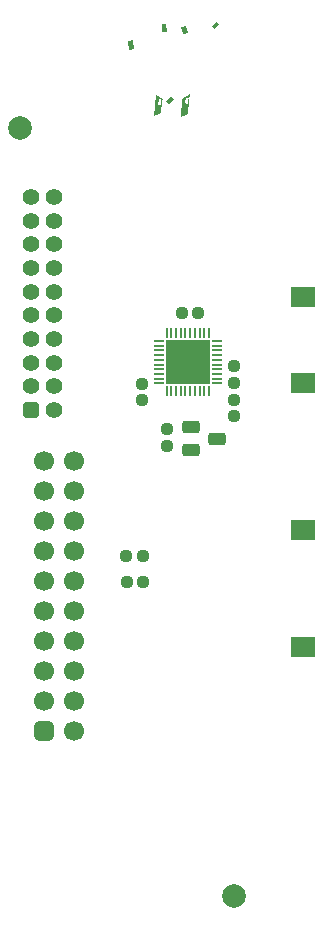
<source format=gts>
G04*
G04 #@! TF.GenerationSoftware,Altium Limited,Altium Designer,23.3.1 (30)*
G04*
G04 Layer_Color=8388736*
%FSLAX44Y44*%
%MOMM*%
G71*
G04*
G04 #@! TF.SameCoordinates,73034098-7AF1-4D24-A32C-B869409C610D*
G04*
G04*
G04 #@! TF.FilePolarity,Negative*
G04*
G01*
G75*
G04:AMPARAMS|DCode=21|XSize=0.95mm|YSize=0.95mm|CornerRadius=0.2625mm|HoleSize=0mm|Usage=FLASHONLY|Rotation=270.000|XOffset=0mm|YOffset=0mm|HoleType=Round|Shape=RoundedRectangle|*
%AMROUNDEDRECTD21*
21,1,0.9500,0.4250,0,0,270.0*
21,1,0.4250,0.9500,0,0,270.0*
1,1,0.5250,-0.2125,-0.2125*
1,1,0.5250,-0.2125,0.2125*
1,1,0.5250,0.2125,0.2125*
1,1,0.5250,0.2125,-0.2125*
%
%ADD21ROUNDEDRECTD21*%
%ADD22C,2.0000*%
%ADD23R,3.7000X3.7000*%
G04:AMPARAMS|DCode=24|XSize=0.86mm|YSize=0.25mm|CornerRadius=0.0688mm|HoleSize=0mm|Usage=FLASHONLY|Rotation=180.000|XOffset=0mm|YOffset=0mm|HoleType=Round|Shape=RoundedRectangle|*
%AMROUNDEDRECTD24*
21,1,0.8600,0.1125,0,0,180.0*
21,1,0.7225,0.2500,0,0,180.0*
1,1,0.1375,-0.3613,0.0563*
1,1,0.1375,0.3613,0.0563*
1,1,0.1375,0.3613,-0.0563*
1,1,0.1375,-0.3613,-0.0563*
%
%ADD24ROUNDEDRECTD24*%
G04:AMPARAMS|DCode=25|XSize=0.86mm|YSize=0.25mm|CornerRadius=0.0688mm|HoleSize=0mm|Usage=FLASHONLY|Rotation=270.000|XOffset=0mm|YOffset=0mm|HoleType=Round|Shape=RoundedRectangle|*
%AMROUNDEDRECTD25*
21,1,0.8600,0.1125,0,0,270.0*
21,1,0.7225,0.2500,0,0,270.0*
1,1,0.1375,-0.0563,-0.3613*
1,1,0.1375,-0.0563,0.3613*
1,1,0.1375,0.0563,0.3613*
1,1,0.1375,0.0563,-0.3613*
%
%ADD25ROUNDEDRECTD25*%
G04:AMPARAMS|DCode=26|XSize=0.95mm|YSize=0.95mm|CornerRadius=0.2625mm|HoleSize=0mm|Usage=FLASHONLY|Rotation=0.000|XOffset=0mm|YOffset=0mm|HoleType=Round|Shape=RoundedRectangle|*
%AMROUNDEDRECTD26*
21,1,0.9500,0.4250,0,0,0.0*
21,1,0.4250,0.9500,0,0,0.0*
1,1,0.5250,0.2125,-0.2125*
1,1,0.5250,-0.2125,-0.2125*
1,1,0.5250,-0.2125,0.2125*
1,1,0.5250,0.2125,0.2125*
%
%ADD26ROUNDEDRECTD26*%
G04:AMPARAMS|DCode=27|XSize=1.1mm|YSize=1.5mm|CornerRadius=0.3mm|HoleSize=0mm|Usage=FLASHONLY|Rotation=270.000|XOffset=0mm|YOffset=0mm|HoleType=Round|Shape=RoundedRectangle|*
%AMROUNDEDRECTD27*
21,1,1.1000,0.9000,0,0,270.0*
21,1,0.5000,1.5000,0,0,270.0*
1,1,0.6000,-0.4500,-0.2500*
1,1,0.6000,-0.4500,0.2500*
1,1,0.6000,0.4500,0.2500*
1,1,0.6000,0.4500,-0.2500*
%
%ADD27ROUNDEDRECTD27*%
%ADD28R,2.1000X1.8000*%
%ADD29C,1.4000*%
G04:AMPARAMS|DCode=30|XSize=1.4mm|YSize=1.4mm|CornerRadius=0.375mm|HoleSize=0mm|Usage=FLASHONLY|Rotation=90.000|XOffset=0mm|YOffset=0mm|HoleType=Round|Shape=RoundedRectangle|*
%AMROUNDEDRECTD30*
21,1,1.4000,0.6500,0,0,90.0*
21,1,0.6500,1.4000,0,0,90.0*
1,1,0.7500,0.3250,0.3250*
1,1,0.7500,0.3250,-0.3250*
1,1,0.7500,-0.3250,-0.3250*
1,1,0.7500,-0.3250,0.3250*
%
%ADD30ROUNDEDRECTD30*%
%ADD31C,0.1000*%
%ADD32C,1.7000*%
G04:AMPARAMS|DCode=33|XSize=1.7mm|YSize=1.7mm|CornerRadius=0.45mm|HoleSize=0mm|Usage=FLASHONLY|Rotation=90.000|XOffset=0mm|YOffset=0mm|HoleType=Round|Shape=RoundedRectangle|*
%AMROUNDEDRECTD33*
21,1,1.7000,0.8000,0,0,90.0*
21,1,0.8000,1.7000,0,0,90.0*
1,1,0.9000,0.4000,0.4000*
1,1,0.9000,0.4000,-0.4000*
1,1,0.9000,-0.4000,-0.4000*
1,1,0.9000,-0.4000,0.4000*
%
%ADD33ROUNDEDRECTD33*%
G36*
X142069Y680497D02*
X143566Y698167D01*
X149377Y694717D01*
X149153Y691880D01*
X148052D01*
X148291Y694438D01*
X145943Y694658D01*
X145513Y690078D01*
X147862Y689858D01*
X148049Y691856D01*
X149152D01*
X148465Y683119D01*
X142069Y680497D01*
D02*
G37*
G36*
X165120Y679162D02*
X166226Y694635D01*
X172664Y699302D01*
X172171Y693059D01*
X171296D01*
X171525Y695504D01*
X169177Y695724D01*
X168748Y691145D01*
X171096Y690925D01*
X171294Y693034D01*
X172169D01*
X171319Y682278D01*
X165120Y679162D01*
D02*
G37*
G36*
X154738Y690922D02*
X152581Y693474D01*
X156692Y696949D01*
X158849Y694398D01*
X154738Y690922D01*
D02*
G37*
G36*
X121104Y736678D02*
X120075Y743991D01*
X124295Y744585D01*
X125324Y737272D01*
X121104Y736678D01*
D02*
G37*
G36*
X149258Y751458D02*
X148784Y758153D01*
X152451Y758412D01*
X152924Y751717D01*
X149258Y751458D01*
D02*
G37*
G36*
X166521Y749637D02*
X165139Y755704D01*
X169424Y756680D01*
X170807Y750613D01*
X166521Y749637D01*
D02*
G37*
G36*
X193391Y753806D02*
X190851Y755976D01*
X194591Y760354D01*
X197131Y758185D01*
X193391Y753806D01*
D02*
G37*
D21*
X119000Y286000D02*
D03*
X133000D02*
D03*
X132750Y308000D02*
D03*
X118750D02*
D03*
X179500Y513750D02*
D03*
X165500Y513750D02*
D03*
D22*
X28250Y670500D02*
D03*
X210000Y20000D02*
D03*
D23*
X170750Y472000D02*
D03*
D24*
X195500Y490000D02*
D03*
Y486000D02*
D03*
Y482000D02*
D03*
Y478000D02*
D03*
Y474000D02*
D03*
Y470000D02*
D03*
Y466000D02*
D03*
Y462000D02*
D03*
Y458000D02*
D03*
Y454000D02*
D03*
X146000Y490000D02*
D03*
Y486000D02*
D03*
Y482000D02*
D03*
Y478000D02*
D03*
Y474000D02*
D03*
Y470000D02*
D03*
Y466000D02*
D03*
Y462000D02*
D03*
Y458000D02*
D03*
Y454000D02*
D03*
D25*
X188750Y447250D02*
D03*
Y496750D02*
D03*
X184750D02*
D03*
Y447250D02*
D03*
X180750Y496750D02*
D03*
Y447250D02*
D03*
X176750Y496750D02*
D03*
X172750D02*
D03*
X152750D02*
D03*
X156750D02*
D03*
X160750D02*
D03*
X164750D02*
D03*
X168750D02*
D03*
X176750Y447250D02*
D03*
X172750D02*
D03*
X168750D02*
D03*
X164750D02*
D03*
X160750D02*
D03*
X156750D02*
D03*
X152750D02*
D03*
D26*
X210000Y454670D02*
D03*
Y468670D02*
D03*
X132250Y439750D02*
D03*
Y453750D02*
D03*
X153500Y415250D02*
D03*
Y401250D02*
D03*
X210000Y426000D02*
D03*
Y440000D02*
D03*
D27*
X173750Y416750D02*
D03*
Y397750D02*
D03*
X195750Y407250D02*
D03*
D28*
X268000Y527500D02*
D03*
Y231250D02*
D03*
Y454000D02*
D03*
Y330000D02*
D03*
D29*
X37800Y471650D02*
D03*
X57800Y451650D02*
D03*
Y611650D02*
D03*
X37800D02*
D03*
X57800Y591650D02*
D03*
X37800D02*
D03*
X57800Y571650D02*
D03*
X37800D02*
D03*
X57800Y551650D02*
D03*
X37800D02*
D03*
X57800Y531650D02*
D03*
X37800D02*
D03*
X57800Y511650D02*
D03*
X37800D02*
D03*
X57800Y491650D02*
D03*
X37800D02*
D03*
X57800Y471650D02*
D03*
X37800Y451650D02*
D03*
X57800Y431650D02*
D03*
D30*
X37800D02*
D03*
D31*
X260000Y730000D02*
D03*
Y40000D02*
D03*
X47500Y730000D02*
D03*
Y40000D02*
D03*
D32*
X74400Y160000D02*
D03*
X49000Y185400D02*
D03*
X74400D02*
D03*
X49000Y210800D02*
D03*
X74400D02*
D03*
X49000Y236200D02*
D03*
X74400D02*
D03*
X49000Y261600D02*
D03*
X74400D02*
D03*
X49000Y287000D02*
D03*
X74400D02*
D03*
X49000Y312400D02*
D03*
X74400D02*
D03*
X49000Y337800D02*
D03*
X74400D02*
D03*
X49000Y363200D02*
D03*
X74400D02*
D03*
X49000Y388600D02*
D03*
X74400D02*
D03*
D33*
X49000Y160000D02*
D03*
M02*

</source>
